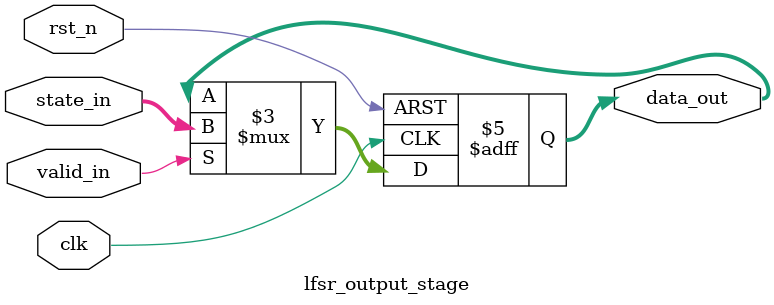
<source format=sv>
module rng_galois_lfsr_2_top(
    input             clk,
    input             rst_n,
    input             enable,
    output [15:0]     data_out
);

    // Internal pipeline signals
    wire [15:0] state_stage1_out;
    wire        valid_stage1_out;
    wire        enable_stage1_out;

    wire [15:0] state_stage2_out;
    wire        valid_stage2_out;
    wire        enable_stage2_out;

    wire [15:0] state_stage3_out;
    wire        valid_stage3_out;
    wire        enable_stage3_out;

    wire [15:0] state_stage4_out;
    wire        valid_stage4_out;
    wire        enable_stage4_out;

    // Stage 1: Latch previous state and prepare for bit[15] computation
    lfsr_stage1 u_lfsr_stage1 (
        .clk           (clk),
        .rst_n         (rst_n),
        .enable        (enable),
        .prev_state    (state_stage4_out),
        .state_stage1_out     (state_stage1_out),
        .valid_stage1_out     (valid_stage1_out),
        .enable_stage1_out    (enable_stage1_out)
    );

    // Stage 2: Calculate bit[0] and bit[1]
    lfsr_stage2 u_lfsr_stage2 (
        .clk           (clk),
        .rst_n         (rst_n),
        .valid_stage1_in      (valid_stage1_out),
        .enable_stage1_in     (enable_stage1_out),
        .state_stage1_in      (state_stage1_out),
        .state_stage2_out     (state_stage2_out),
        .valid_stage2_out     (valid_stage2_out),
        .enable_stage2_out    (enable_stage2_out)
    );

    // Stage 3: Calculate bit[2] and bit[3]
    lfsr_stage3 u_lfsr_stage3 (
        .clk           (clk),
        .rst_n         (rst_n),
        .valid_stage2_in      (valid_stage2_out),
        .enable_stage2_in     (enable_stage2_out),
        .state_stage2_in      (state_stage2_out),
        .state_stage3_out     (state_stage3_out),
        .valid_stage3_out     (valid_stage3_out),
        .enable_stage3_out    (enable_stage3_out)
    );

    // Stage 4: Shift remaining bits [15:4]
    lfsr_stage4 u_lfsr_stage4 (
        .clk           (clk),
        .rst_n         (rst_n),
        .valid_stage3_in      (valid_stage3_out),
        .enable_stage3_in     (enable_stage3_out),
        .state_stage3_in      (state_stage3_out),
        .state_stage4_out     (state_stage4_out),
        .valid_stage4_out     (valid_stage4_out),
        .enable_stage4_out    (enable_stage4_out)
    );

    // Output Stage: Latch output data
    lfsr_output_stage u_lfsr_output_stage (
        .clk           (clk),
        .rst_n         (rst_n),
        .valid_in      (valid_stage4_out),
        .state_in      (state_stage4_out),
        .data_out      (data_out)
    );

endmodule

// lfsr_stage1: First pipeline stage for Galois LFSR
// - Latches state, passes to next stage
module lfsr_stage1(
    input             clk,
    input             rst_n,
    input             enable,
    input  [15:0]     prev_state,
    output reg [15:0] state_stage1_out,
    output reg        valid_stage1_out,
    output reg        enable_stage1_out
);
    always @(posedge clk or negedge rst_n) begin
        if(!rst_n) begin
            state_stage1_out   <= 16'hACE1;
            valid_stage1_out   <= 1'b0;
            enable_stage1_out  <= 1'b0;
        end else begin
            if(enable) begin
                state_stage1_out  <= prev_state;
                valid_stage1_out  <= 1'b1;
                enable_stage1_out <= enable;
            end else begin
                valid_stage1_out  <= 1'b0;
                enable_stage1_out <= 1'b0;
            end
        end
    end
endmodule

// lfsr_stage2: Second pipeline stage for Galois LFSR
// - Calculates next_state[0], next_state[1]
module lfsr_stage2(
    input             clk,
    input             rst_n,
    input             valid_stage1_in,
    input             enable_stage1_in,
    input  [15:0]     state_stage1_in,
    output reg [15:0] state_stage2_out,
    output reg        valid_stage2_out,
    output reg        enable_stage2_out
);
    always @(posedge clk or negedge rst_n) begin
        if(!rst_n) begin
            state_stage2_out   <= 16'hACE1;
            valid_stage2_out   <= 1'b0;
            enable_stage2_out  <= 1'b0;
        end else begin
            if(valid_stage1_in) begin
                state_stage2_out          <= state_stage1_in;
                // Calculate next_state[0] and next_state[1]
                state_stage2_out[0]       <= state_stage1_in[15];
                state_stage2_out[1]       <= state_stage1_in[0] ^ state_stage1_in[15];
                valid_stage2_out          <= 1'b1;
                enable_stage2_out         <= enable_stage1_in;
            end else begin
                valid_stage2_out          <= 1'b0;
                enable_stage2_out         <= 1'b0;
            end
        end
    end
endmodule

// lfsr_stage3: Third pipeline stage for Galois LFSR
// - Calculates next_state[2], next_state[3]
module lfsr_stage3(
    input             clk,
    input             rst_n,
    input             valid_stage2_in,
    input             enable_stage2_in,
    input  [15:0]     state_stage2_in,
    output reg [15:0] state_stage3_out,
    output reg        valid_stage3_out,
    output reg        enable_stage3_out
);
    always @(posedge clk or negedge rst_n) begin
        if(!rst_n) begin
            state_stage3_out   <= 16'hACE1;
            valid_stage3_out   <= 1'b0;
            enable_stage3_out  <= 1'b0;
        end else begin
            if(valid_stage2_in) begin
                state_stage3_out          <= state_stage2_in;
                // Calculate next_state[2] and next_state[3]
                state_stage3_out[2]       <= state_stage2_in[1];
                state_stage3_out[3]       <= state_stage2_in[2] ^ state_stage2_in[15];
                valid_stage3_out          <= 1'b1;
                enable_stage3_out         <= enable_stage2_in;
            end else begin
                valid_stage3_out          <= 1'b0;
                enable_stage3_out         <= 1'b0;
            end
        end
    end
endmodule

// lfsr_stage4: Fourth pipeline stage for Galois LFSR
// - Shifts next_state[15:4]
module lfsr_stage4(
    input             clk,
    input             rst_n,
    input             valid_stage3_in,
    input             enable_stage3_in,
    input  [15:0]     state_stage3_in,
    output reg [15:0] state_stage4_out,
    output reg        valid_stage4_out,
    output reg        enable_stage4_out
);
    always @(posedge clk or negedge rst_n) begin
        if(!rst_n) begin
            state_stage4_out   <= 16'hACE1;
            valid_stage4_out   <= 1'b0;
            enable_stage4_out  <= 1'b0;
        end else begin
            if(valid_stage3_in) begin
                state_stage4_out           <= state_stage3_in;
                // Shift next_state[15:4]
                state_stage4_out[15:4]     <= state_stage3_in[14:3];
                valid_stage4_out           <= 1'b1;
                enable_stage4_out          <= enable_stage3_in;
            end else begin
                valid_stage4_out           <= 1'b0;
                enable_stage4_out          <= 1'b0;
            end
        end
    end
endmodule

// lfsr_output_stage: Output register stage for Galois LFSR
// - Latches output data when valid
module lfsr_output_stage(
    input             clk,
    input             rst_n,
    input             valid_in,
    input  [15:0]     state_in,
    output reg [15:0] data_out
);
    always @(posedge clk or negedge rst_n) begin
        if(!rst_n) begin
            data_out <= 16'hACE1;
        end else if(valid_in) begin
            data_out <= state_in;
        end
    end
endmodule
</source>
